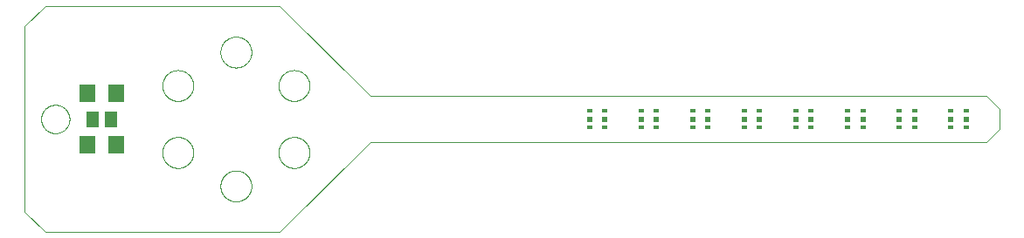
<source format=gtp>
G75*
%MOIN*%
%OFA0B0*%
%FSLAX25Y25*%
%IPPOS*%
%LPD*%
%AMOC8*
5,1,8,0,0,1.08239X$1,22.5*
%
%ADD10C,0.00000*%
%ADD11R,0.02362X0.01378*%
%ADD12R,0.02362X0.01969*%
%ADD13R,0.06299X0.07087*%
%ADD14R,0.05118X0.05906*%
D10*
X0031028Y0034965D02*
X0038902Y0027091D01*
X0128469Y0027091D01*
X0162917Y0061539D01*
X0398154Y0061539D01*
X0403075Y0066461D01*
X0403075Y0074335D01*
X0398154Y0079256D01*
X0162917Y0079256D01*
X0128469Y0113705D01*
X0038902Y0113705D01*
X0031028Y0105831D01*
X0031028Y0034965D01*
X0105830Y0044807D02*
X0105832Y0044960D01*
X0105838Y0045114D01*
X0105848Y0045267D01*
X0105862Y0045419D01*
X0105880Y0045572D01*
X0105902Y0045723D01*
X0105927Y0045874D01*
X0105957Y0046025D01*
X0105991Y0046175D01*
X0106028Y0046323D01*
X0106069Y0046471D01*
X0106114Y0046617D01*
X0106163Y0046763D01*
X0106216Y0046907D01*
X0106272Y0047049D01*
X0106332Y0047190D01*
X0106396Y0047330D01*
X0106463Y0047468D01*
X0106534Y0047604D01*
X0106609Y0047738D01*
X0106686Y0047870D01*
X0106768Y0048000D01*
X0106852Y0048128D01*
X0106940Y0048254D01*
X0107031Y0048377D01*
X0107125Y0048498D01*
X0107223Y0048616D01*
X0107323Y0048732D01*
X0107427Y0048845D01*
X0107533Y0048956D01*
X0107642Y0049064D01*
X0107754Y0049169D01*
X0107868Y0049270D01*
X0107986Y0049369D01*
X0108105Y0049465D01*
X0108227Y0049558D01*
X0108352Y0049647D01*
X0108479Y0049734D01*
X0108608Y0049816D01*
X0108739Y0049896D01*
X0108872Y0049972D01*
X0109007Y0050045D01*
X0109144Y0050114D01*
X0109283Y0050179D01*
X0109423Y0050241D01*
X0109565Y0050299D01*
X0109708Y0050354D01*
X0109853Y0050405D01*
X0109999Y0050452D01*
X0110146Y0050495D01*
X0110294Y0050534D01*
X0110443Y0050570D01*
X0110593Y0050601D01*
X0110744Y0050629D01*
X0110895Y0050653D01*
X0111048Y0050673D01*
X0111200Y0050689D01*
X0111353Y0050701D01*
X0111506Y0050709D01*
X0111659Y0050713D01*
X0111813Y0050713D01*
X0111966Y0050709D01*
X0112119Y0050701D01*
X0112272Y0050689D01*
X0112424Y0050673D01*
X0112577Y0050653D01*
X0112728Y0050629D01*
X0112879Y0050601D01*
X0113029Y0050570D01*
X0113178Y0050534D01*
X0113326Y0050495D01*
X0113473Y0050452D01*
X0113619Y0050405D01*
X0113764Y0050354D01*
X0113907Y0050299D01*
X0114049Y0050241D01*
X0114189Y0050179D01*
X0114328Y0050114D01*
X0114465Y0050045D01*
X0114600Y0049972D01*
X0114733Y0049896D01*
X0114864Y0049816D01*
X0114993Y0049734D01*
X0115120Y0049647D01*
X0115245Y0049558D01*
X0115367Y0049465D01*
X0115486Y0049369D01*
X0115604Y0049270D01*
X0115718Y0049169D01*
X0115830Y0049064D01*
X0115939Y0048956D01*
X0116045Y0048845D01*
X0116149Y0048732D01*
X0116249Y0048616D01*
X0116347Y0048498D01*
X0116441Y0048377D01*
X0116532Y0048254D01*
X0116620Y0048128D01*
X0116704Y0048000D01*
X0116786Y0047870D01*
X0116863Y0047738D01*
X0116938Y0047604D01*
X0117009Y0047468D01*
X0117076Y0047330D01*
X0117140Y0047190D01*
X0117200Y0047049D01*
X0117256Y0046907D01*
X0117309Y0046763D01*
X0117358Y0046617D01*
X0117403Y0046471D01*
X0117444Y0046323D01*
X0117481Y0046175D01*
X0117515Y0046025D01*
X0117545Y0045874D01*
X0117570Y0045723D01*
X0117592Y0045572D01*
X0117610Y0045419D01*
X0117624Y0045267D01*
X0117634Y0045114D01*
X0117640Y0044960D01*
X0117642Y0044807D01*
X0117640Y0044654D01*
X0117634Y0044500D01*
X0117624Y0044347D01*
X0117610Y0044195D01*
X0117592Y0044042D01*
X0117570Y0043891D01*
X0117545Y0043740D01*
X0117515Y0043589D01*
X0117481Y0043439D01*
X0117444Y0043291D01*
X0117403Y0043143D01*
X0117358Y0042997D01*
X0117309Y0042851D01*
X0117256Y0042707D01*
X0117200Y0042565D01*
X0117140Y0042424D01*
X0117076Y0042284D01*
X0117009Y0042146D01*
X0116938Y0042010D01*
X0116863Y0041876D01*
X0116786Y0041744D01*
X0116704Y0041614D01*
X0116620Y0041486D01*
X0116532Y0041360D01*
X0116441Y0041237D01*
X0116347Y0041116D01*
X0116249Y0040998D01*
X0116149Y0040882D01*
X0116045Y0040769D01*
X0115939Y0040658D01*
X0115830Y0040550D01*
X0115718Y0040445D01*
X0115604Y0040344D01*
X0115486Y0040245D01*
X0115367Y0040149D01*
X0115245Y0040056D01*
X0115120Y0039967D01*
X0114993Y0039880D01*
X0114864Y0039798D01*
X0114733Y0039718D01*
X0114600Y0039642D01*
X0114465Y0039569D01*
X0114328Y0039500D01*
X0114189Y0039435D01*
X0114049Y0039373D01*
X0113907Y0039315D01*
X0113764Y0039260D01*
X0113619Y0039209D01*
X0113473Y0039162D01*
X0113326Y0039119D01*
X0113178Y0039080D01*
X0113029Y0039044D01*
X0112879Y0039013D01*
X0112728Y0038985D01*
X0112577Y0038961D01*
X0112424Y0038941D01*
X0112272Y0038925D01*
X0112119Y0038913D01*
X0111966Y0038905D01*
X0111813Y0038901D01*
X0111659Y0038901D01*
X0111506Y0038905D01*
X0111353Y0038913D01*
X0111200Y0038925D01*
X0111048Y0038941D01*
X0110895Y0038961D01*
X0110744Y0038985D01*
X0110593Y0039013D01*
X0110443Y0039044D01*
X0110294Y0039080D01*
X0110146Y0039119D01*
X0109999Y0039162D01*
X0109853Y0039209D01*
X0109708Y0039260D01*
X0109565Y0039315D01*
X0109423Y0039373D01*
X0109283Y0039435D01*
X0109144Y0039500D01*
X0109007Y0039569D01*
X0108872Y0039642D01*
X0108739Y0039718D01*
X0108608Y0039798D01*
X0108479Y0039880D01*
X0108352Y0039967D01*
X0108227Y0040056D01*
X0108105Y0040149D01*
X0107986Y0040245D01*
X0107868Y0040344D01*
X0107754Y0040445D01*
X0107642Y0040550D01*
X0107533Y0040658D01*
X0107427Y0040769D01*
X0107323Y0040882D01*
X0107223Y0040998D01*
X0107125Y0041116D01*
X0107031Y0041237D01*
X0106940Y0041360D01*
X0106852Y0041486D01*
X0106768Y0041614D01*
X0106686Y0041744D01*
X0106609Y0041876D01*
X0106534Y0042010D01*
X0106463Y0042146D01*
X0106396Y0042284D01*
X0106332Y0042424D01*
X0106272Y0042565D01*
X0106216Y0042707D01*
X0106163Y0042851D01*
X0106114Y0042997D01*
X0106069Y0043143D01*
X0106028Y0043291D01*
X0105991Y0043439D01*
X0105957Y0043589D01*
X0105927Y0043740D01*
X0105902Y0043891D01*
X0105880Y0044042D01*
X0105862Y0044195D01*
X0105848Y0044347D01*
X0105838Y0044500D01*
X0105832Y0044654D01*
X0105830Y0044807D01*
X0083665Y0057602D02*
X0083667Y0057755D01*
X0083673Y0057909D01*
X0083683Y0058062D01*
X0083697Y0058214D01*
X0083715Y0058367D01*
X0083737Y0058518D01*
X0083762Y0058669D01*
X0083792Y0058820D01*
X0083826Y0058970D01*
X0083863Y0059118D01*
X0083904Y0059266D01*
X0083949Y0059412D01*
X0083998Y0059558D01*
X0084051Y0059702D01*
X0084107Y0059844D01*
X0084167Y0059985D01*
X0084231Y0060125D01*
X0084298Y0060263D01*
X0084369Y0060399D01*
X0084444Y0060533D01*
X0084521Y0060665D01*
X0084603Y0060795D01*
X0084687Y0060923D01*
X0084775Y0061049D01*
X0084866Y0061172D01*
X0084960Y0061293D01*
X0085058Y0061411D01*
X0085158Y0061527D01*
X0085262Y0061640D01*
X0085368Y0061751D01*
X0085477Y0061859D01*
X0085589Y0061964D01*
X0085703Y0062065D01*
X0085821Y0062164D01*
X0085940Y0062260D01*
X0086062Y0062353D01*
X0086187Y0062442D01*
X0086314Y0062529D01*
X0086443Y0062611D01*
X0086574Y0062691D01*
X0086707Y0062767D01*
X0086842Y0062840D01*
X0086979Y0062909D01*
X0087118Y0062974D01*
X0087258Y0063036D01*
X0087400Y0063094D01*
X0087543Y0063149D01*
X0087688Y0063200D01*
X0087834Y0063247D01*
X0087981Y0063290D01*
X0088129Y0063329D01*
X0088278Y0063365D01*
X0088428Y0063396D01*
X0088579Y0063424D01*
X0088730Y0063448D01*
X0088883Y0063468D01*
X0089035Y0063484D01*
X0089188Y0063496D01*
X0089341Y0063504D01*
X0089494Y0063508D01*
X0089648Y0063508D01*
X0089801Y0063504D01*
X0089954Y0063496D01*
X0090107Y0063484D01*
X0090259Y0063468D01*
X0090412Y0063448D01*
X0090563Y0063424D01*
X0090714Y0063396D01*
X0090864Y0063365D01*
X0091013Y0063329D01*
X0091161Y0063290D01*
X0091308Y0063247D01*
X0091454Y0063200D01*
X0091599Y0063149D01*
X0091742Y0063094D01*
X0091884Y0063036D01*
X0092024Y0062974D01*
X0092163Y0062909D01*
X0092300Y0062840D01*
X0092435Y0062767D01*
X0092568Y0062691D01*
X0092699Y0062611D01*
X0092828Y0062529D01*
X0092955Y0062442D01*
X0093080Y0062353D01*
X0093202Y0062260D01*
X0093321Y0062164D01*
X0093439Y0062065D01*
X0093553Y0061964D01*
X0093665Y0061859D01*
X0093774Y0061751D01*
X0093880Y0061640D01*
X0093984Y0061527D01*
X0094084Y0061411D01*
X0094182Y0061293D01*
X0094276Y0061172D01*
X0094367Y0061049D01*
X0094455Y0060923D01*
X0094539Y0060795D01*
X0094621Y0060665D01*
X0094698Y0060533D01*
X0094773Y0060399D01*
X0094844Y0060263D01*
X0094911Y0060125D01*
X0094975Y0059985D01*
X0095035Y0059844D01*
X0095091Y0059702D01*
X0095144Y0059558D01*
X0095193Y0059412D01*
X0095238Y0059266D01*
X0095279Y0059118D01*
X0095316Y0058970D01*
X0095350Y0058820D01*
X0095380Y0058669D01*
X0095405Y0058518D01*
X0095427Y0058367D01*
X0095445Y0058214D01*
X0095459Y0058062D01*
X0095469Y0057909D01*
X0095475Y0057755D01*
X0095477Y0057602D01*
X0095475Y0057449D01*
X0095469Y0057295D01*
X0095459Y0057142D01*
X0095445Y0056990D01*
X0095427Y0056837D01*
X0095405Y0056686D01*
X0095380Y0056535D01*
X0095350Y0056384D01*
X0095316Y0056234D01*
X0095279Y0056086D01*
X0095238Y0055938D01*
X0095193Y0055792D01*
X0095144Y0055646D01*
X0095091Y0055502D01*
X0095035Y0055360D01*
X0094975Y0055219D01*
X0094911Y0055079D01*
X0094844Y0054941D01*
X0094773Y0054805D01*
X0094698Y0054671D01*
X0094621Y0054539D01*
X0094539Y0054409D01*
X0094455Y0054281D01*
X0094367Y0054155D01*
X0094276Y0054032D01*
X0094182Y0053911D01*
X0094084Y0053793D01*
X0093984Y0053677D01*
X0093880Y0053564D01*
X0093774Y0053453D01*
X0093665Y0053345D01*
X0093553Y0053240D01*
X0093439Y0053139D01*
X0093321Y0053040D01*
X0093202Y0052944D01*
X0093080Y0052851D01*
X0092955Y0052762D01*
X0092828Y0052675D01*
X0092699Y0052593D01*
X0092568Y0052513D01*
X0092435Y0052437D01*
X0092300Y0052364D01*
X0092163Y0052295D01*
X0092024Y0052230D01*
X0091884Y0052168D01*
X0091742Y0052110D01*
X0091599Y0052055D01*
X0091454Y0052004D01*
X0091308Y0051957D01*
X0091161Y0051914D01*
X0091013Y0051875D01*
X0090864Y0051839D01*
X0090714Y0051808D01*
X0090563Y0051780D01*
X0090412Y0051756D01*
X0090259Y0051736D01*
X0090107Y0051720D01*
X0089954Y0051708D01*
X0089801Y0051700D01*
X0089648Y0051696D01*
X0089494Y0051696D01*
X0089341Y0051700D01*
X0089188Y0051708D01*
X0089035Y0051720D01*
X0088883Y0051736D01*
X0088730Y0051756D01*
X0088579Y0051780D01*
X0088428Y0051808D01*
X0088278Y0051839D01*
X0088129Y0051875D01*
X0087981Y0051914D01*
X0087834Y0051957D01*
X0087688Y0052004D01*
X0087543Y0052055D01*
X0087400Y0052110D01*
X0087258Y0052168D01*
X0087118Y0052230D01*
X0086979Y0052295D01*
X0086842Y0052364D01*
X0086707Y0052437D01*
X0086574Y0052513D01*
X0086443Y0052593D01*
X0086314Y0052675D01*
X0086187Y0052762D01*
X0086062Y0052851D01*
X0085940Y0052944D01*
X0085821Y0053040D01*
X0085703Y0053139D01*
X0085589Y0053240D01*
X0085477Y0053345D01*
X0085368Y0053453D01*
X0085262Y0053564D01*
X0085158Y0053677D01*
X0085058Y0053793D01*
X0084960Y0053911D01*
X0084866Y0054032D01*
X0084775Y0054155D01*
X0084687Y0054281D01*
X0084603Y0054409D01*
X0084521Y0054539D01*
X0084444Y0054671D01*
X0084369Y0054805D01*
X0084298Y0054941D01*
X0084231Y0055079D01*
X0084167Y0055219D01*
X0084107Y0055360D01*
X0084051Y0055502D01*
X0083998Y0055646D01*
X0083949Y0055792D01*
X0083904Y0055938D01*
X0083863Y0056086D01*
X0083826Y0056234D01*
X0083792Y0056384D01*
X0083762Y0056535D01*
X0083737Y0056686D01*
X0083715Y0056837D01*
X0083697Y0056990D01*
X0083683Y0057142D01*
X0083673Y0057295D01*
X0083667Y0057449D01*
X0083665Y0057602D01*
X0037426Y0070398D02*
X0037428Y0070545D01*
X0037434Y0070691D01*
X0037444Y0070837D01*
X0037458Y0070983D01*
X0037476Y0071129D01*
X0037497Y0071274D01*
X0037523Y0071418D01*
X0037553Y0071562D01*
X0037586Y0071704D01*
X0037623Y0071846D01*
X0037664Y0071987D01*
X0037709Y0072126D01*
X0037758Y0072265D01*
X0037810Y0072402D01*
X0037867Y0072537D01*
X0037926Y0072671D01*
X0037990Y0072803D01*
X0038057Y0072933D01*
X0038127Y0073062D01*
X0038201Y0073189D01*
X0038278Y0073313D01*
X0038359Y0073436D01*
X0038443Y0073556D01*
X0038530Y0073674D01*
X0038620Y0073789D01*
X0038713Y0073902D01*
X0038810Y0074013D01*
X0038909Y0074121D01*
X0039011Y0074226D01*
X0039116Y0074328D01*
X0039224Y0074427D01*
X0039335Y0074524D01*
X0039448Y0074617D01*
X0039563Y0074707D01*
X0039681Y0074794D01*
X0039801Y0074878D01*
X0039924Y0074959D01*
X0040048Y0075036D01*
X0040175Y0075110D01*
X0040304Y0075180D01*
X0040434Y0075247D01*
X0040566Y0075311D01*
X0040700Y0075370D01*
X0040835Y0075427D01*
X0040972Y0075479D01*
X0041111Y0075528D01*
X0041250Y0075573D01*
X0041391Y0075614D01*
X0041533Y0075651D01*
X0041675Y0075684D01*
X0041819Y0075714D01*
X0041963Y0075740D01*
X0042108Y0075761D01*
X0042254Y0075779D01*
X0042400Y0075793D01*
X0042546Y0075803D01*
X0042692Y0075809D01*
X0042839Y0075811D01*
X0042986Y0075809D01*
X0043132Y0075803D01*
X0043278Y0075793D01*
X0043424Y0075779D01*
X0043570Y0075761D01*
X0043715Y0075740D01*
X0043859Y0075714D01*
X0044003Y0075684D01*
X0044145Y0075651D01*
X0044287Y0075614D01*
X0044428Y0075573D01*
X0044567Y0075528D01*
X0044706Y0075479D01*
X0044843Y0075427D01*
X0044978Y0075370D01*
X0045112Y0075311D01*
X0045244Y0075247D01*
X0045374Y0075180D01*
X0045503Y0075110D01*
X0045630Y0075036D01*
X0045754Y0074959D01*
X0045877Y0074878D01*
X0045997Y0074794D01*
X0046115Y0074707D01*
X0046230Y0074617D01*
X0046343Y0074524D01*
X0046454Y0074427D01*
X0046562Y0074328D01*
X0046667Y0074226D01*
X0046769Y0074121D01*
X0046868Y0074013D01*
X0046965Y0073902D01*
X0047058Y0073789D01*
X0047148Y0073674D01*
X0047235Y0073556D01*
X0047319Y0073436D01*
X0047400Y0073313D01*
X0047477Y0073189D01*
X0047551Y0073062D01*
X0047621Y0072933D01*
X0047688Y0072803D01*
X0047752Y0072671D01*
X0047811Y0072537D01*
X0047868Y0072402D01*
X0047920Y0072265D01*
X0047969Y0072126D01*
X0048014Y0071987D01*
X0048055Y0071846D01*
X0048092Y0071704D01*
X0048125Y0071562D01*
X0048155Y0071418D01*
X0048181Y0071274D01*
X0048202Y0071129D01*
X0048220Y0070983D01*
X0048234Y0070837D01*
X0048244Y0070691D01*
X0048250Y0070545D01*
X0048252Y0070398D01*
X0048250Y0070251D01*
X0048244Y0070105D01*
X0048234Y0069959D01*
X0048220Y0069813D01*
X0048202Y0069667D01*
X0048181Y0069522D01*
X0048155Y0069378D01*
X0048125Y0069234D01*
X0048092Y0069092D01*
X0048055Y0068950D01*
X0048014Y0068809D01*
X0047969Y0068670D01*
X0047920Y0068531D01*
X0047868Y0068394D01*
X0047811Y0068259D01*
X0047752Y0068125D01*
X0047688Y0067993D01*
X0047621Y0067863D01*
X0047551Y0067734D01*
X0047477Y0067607D01*
X0047400Y0067483D01*
X0047319Y0067360D01*
X0047235Y0067240D01*
X0047148Y0067122D01*
X0047058Y0067007D01*
X0046965Y0066894D01*
X0046868Y0066783D01*
X0046769Y0066675D01*
X0046667Y0066570D01*
X0046562Y0066468D01*
X0046454Y0066369D01*
X0046343Y0066272D01*
X0046230Y0066179D01*
X0046115Y0066089D01*
X0045997Y0066002D01*
X0045877Y0065918D01*
X0045754Y0065837D01*
X0045630Y0065760D01*
X0045503Y0065686D01*
X0045374Y0065616D01*
X0045244Y0065549D01*
X0045112Y0065485D01*
X0044978Y0065426D01*
X0044843Y0065369D01*
X0044706Y0065317D01*
X0044567Y0065268D01*
X0044428Y0065223D01*
X0044287Y0065182D01*
X0044145Y0065145D01*
X0044003Y0065112D01*
X0043859Y0065082D01*
X0043715Y0065056D01*
X0043570Y0065035D01*
X0043424Y0065017D01*
X0043278Y0065003D01*
X0043132Y0064993D01*
X0042986Y0064987D01*
X0042839Y0064985D01*
X0042692Y0064987D01*
X0042546Y0064993D01*
X0042400Y0065003D01*
X0042254Y0065017D01*
X0042108Y0065035D01*
X0041963Y0065056D01*
X0041819Y0065082D01*
X0041675Y0065112D01*
X0041533Y0065145D01*
X0041391Y0065182D01*
X0041250Y0065223D01*
X0041111Y0065268D01*
X0040972Y0065317D01*
X0040835Y0065369D01*
X0040700Y0065426D01*
X0040566Y0065485D01*
X0040434Y0065549D01*
X0040304Y0065616D01*
X0040175Y0065686D01*
X0040048Y0065760D01*
X0039924Y0065837D01*
X0039801Y0065918D01*
X0039681Y0066002D01*
X0039563Y0066089D01*
X0039448Y0066179D01*
X0039335Y0066272D01*
X0039224Y0066369D01*
X0039116Y0066468D01*
X0039011Y0066570D01*
X0038909Y0066675D01*
X0038810Y0066783D01*
X0038713Y0066894D01*
X0038620Y0067007D01*
X0038530Y0067122D01*
X0038443Y0067240D01*
X0038359Y0067360D01*
X0038278Y0067483D01*
X0038201Y0067607D01*
X0038127Y0067734D01*
X0038057Y0067863D01*
X0037990Y0067993D01*
X0037926Y0068125D01*
X0037867Y0068259D01*
X0037810Y0068394D01*
X0037758Y0068531D01*
X0037709Y0068670D01*
X0037664Y0068809D01*
X0037623Y0068950D01*
X0037586Y0069092D01*
X0037553Y0069234D01*
X0037523Y0069378D01*
X0037497Y0069522D01*
X0037476Y0069667D01*
X0037458Y0069813D01*
X0037444Y0069959D01*
X0037434Y0070105D01*
X0037428Y0070251D01*
X0037426Y0070398D01*
X0083665Y0083193D02*
X0083667Y0083346D01*
X0083673Y0083500D01*
X0083683Y0083653D01*
X0083697Y0083805D01*
X0083715Y0083958D01*
X0083737Y0084109D01*
X0083762Y0084260D01*
X0083792Y0084411D01*
X0083826Y0084561D01*
X0083863Y0084709D01*
X0083904Y0084857D01*
X0083949Y0085003D01*
X0083998Y0085149D01*
X0084051Y0085293D01*
X0084107Y0085435D01*
X0084167Y0085576D01*
X0084231Y0085716D01*
X0084298Y0085854D01*
X0084369Y0085990D01*
X0084444Y0086124D01*
X0084521Y0086256D01*
X0084603Y0086386D01*
X0084687Y0086514D01*
X0084775Y0086640D01*
X0084866Y0086763D01*
X0084960Y0086884D01*
X0085058Y0087002D01*
X0085158Y0087118D01*
X0085262Y0087231D01*
X0085368Y0087342D01*
X0085477Y0087450D01*
X0085589Y0087555D01*
X0085703Y0087656D01*
X0085821Y0087755D01*
X0085940Y0087851D01*
X0086062Y0087944D01*
X0086187Y0088033D01*
X0086314Y0088120D01*
X0086443Y0088202D01*
X0086574Y0088282D01*
X0086707Y0088358D01*
X0086842Y0088431D01*
X0086979Y0088500D01*
X0087118Y0088565D01*
X0087258Y0088627D01*
X0087400Y0088685D01*
X0087543Y0088740D01*
X0087688Y0088791D01*
X0087834Y0088838D01*
X0087981Y0088881D01*
X0088129Y0088920D01*
X0088278Y0088956D01*
X0088428Y0088987D01*
X0088579Y0089015D01*
X0088730Y0089039D01*
X0088883Y0089059D01*
X0089035Y0089075D01*
X0089188Y0089087D01*
X0089341Y0089095D01*
X0089494Y0089099D01*
X0089648Y0089099D01*
X0089801Y0089095D01*
X0089954Y0089087D01*
X0090107Y0089075D01*
X0090259Y0089059D01*
X0090412Y0089039D01*
X0090563Y0089015D01*
X0090714Y0088987D01*
X0090864Y0088956D01*
X0091013Y0088920D01*
X0091161Y0088881D01*
X0091308Y0088838D01*
X0091454Y0088791D01*
X0091599Y0088740D01*
X0091742Y0088685D01*
X0091884Y0088627D01*
X0092024Y0088565D01*
X0092163Y0088500D01*
X0092300Y0088431D01*
X0092435Y0088358D01*
X0092568Y0088282D01*
X0092699Y0088202D01*
X0092828Y0088120D01*
X0092955Y0088033D01*
X0093080Y0087944D01*
X0093202Y0087851D01*
X0093321Y0087755D01*
X0093439Y0087656D01*
X0093553Y0087555D01*
X0093665Y0087450D01*
X0093774Y0087342D01*
X0093880Y0087231D01*
X0093984Y0087118D01*
X0094084Y0087002D01*
X0094182Y0086884D01*
X0094276Y0086763D01*
X0094367Y0086640D01*
X0094455Y0086514D01*
X0094539Y0086386D01*
X0094621Y0086256D01*
X0094698Y0086124D01*
X0094773Y0085990D01*
X0094844Y0085854D01*
X0094911Y0085716D01*
X0094975Y0085576D01*
X0095035Y0085435D01*
X0095091Y0085293D01*
X0095144Y0085149D01*
X0095193Y0085003D01*
X0095238Y0084857D01*
X0095279Y0084709D01*
X0095316Y0084561D01*
X0095350Y0084411D01*
X0095380Y0084260D01*
X0095405Y0084109D01*
X0095427Y0083958D01*
X0095445Y0083805D01*
X0095459Y0083653D01*
X0095469Y0083500D01*
X0095475Y0083346D01*
X0095477Y0083193D01*
X0095475Y0083040D01*
X0095469Y0082886D01*
X0095459Y0082733D01*
X0095445Y0082581D01*
X0095427Y0082428D01*
X0095405Y0082277D01*
X0095380Y0082126D01*
X0095350Y0081975D01*
X0095316Y0081825D01*
X0095279Y0081677D01*
X0095238Y0081529D01*
X0095193Y0081383D01*
X0095144Y0081237D01*
X0095091Y0081093D01*
X0095035Y0080951D01*
X0094975Y0080810D01*
X0094911Y0080670D01*
X0094844Y0080532D01*
X0094773Y0080396D01*
X0094698Y0080262D01*
X0094621Y0080130D01*
X0094539Y0080000D01*
X0094455Y0079872D01*
X0094367Y0079746D01*
X0094276Y0079623D01*
X0094182Y0079502D01*
X0094084Y0079384D01*
X0093984Y0079268D01*
X0093880Y0079155D01*
X0093774Y0079044D01*
X0093665Y0078936D01*
X0093553Y0078831D01*
X0093439Y0078730D01*
X0093321Y0078631D01*
X0093202Y0078535D01*
X0093080Y0078442D01*
X0092955Y0078353D01*
X0092828Y0078266D01*
X0092699Y0078184D01*
X0092568Y0078104D01*
X0092435Y0078028D01*
X0092300Y0077955D01*
X0092163Y0077886D01*
X0092024Y0077821D01*
X0091884Y0077759D01*
X0091742Y0077701D01*
X0091599Y0077646D01*
X0091454Y0077595D01*
X0091308Y0077548D01*
X0091161Y0077505D01*
X0091013Y0077466D01*
X0090864Y0077430D01*
X0090714Y0077399D01*
X0090563Y0077371D01*
X0090412Y0077347D01*
X0090259Y0077327D01*
X0090107Y0077311D01*
X0089954Y0077299D01*
X0089801Y0077291D01*
X0089648Y0077287D01*
X0089494Y0077287D01*
X0089341Y0077291D01*
X0089188Y0077299D01*
X0089035Y0077311D01*
X0088883Y0077327D01*
X0088730Y0077347D01*
X0088579Y0077371D01*
X0088428Y0077399D01*
X0088278Y0077430D01*
X0088129Y0077466D01*
X0087981Y0077505D01*
X0087834Y0077548D01*
X0087688Y0077595D01*
X0087543Y0077646D01*
X0087400Y0077701D01*
X0087258Y0077759D01*
X0087118Y0077821D01*
X0086979Y0077886D01*
X0086842Y0077955D01*
X0086707Y0078028D01*
X0086574Y0078104D01*
X0086443Y0078184D01*
X0086314Y0078266D01*
X0086187Y0078353D01*
X0086062Y0078442D01*
X0085940Y0078535D01*
X0085821Y0078631D01*
X0085703Y0078730D01*
X0085589Y0078831D01*
X0085477Y0078936D01*
X0085368Y0079044D01*
X0085262Y0079155D01*
X0085158Y0079268D01*
X0085058Y0079384D01*
X0084960Y0079502D01*
X0084866Y0079623D01*
X0084775Y0079746D01*
X0084687Y0079872D01*
X0084603Y0080000D01*
X0084521Y0080130D01*
X0084444Y0080262D01*
X0084369Y0080396D01*
X0084298Y0080532D01*
X0084231Y0080670D01*
X0084167Y0080810D01*
X0084107Y0080951D01*
X0084051Y0081093D01*
X0083998Y0081237D01*
X0083949Y0081383D01*
X0083904Y0081529D01*
X0083863Y0081677D01*
X0083826Y0081825D01*
X0083792Y0081975D01*
X0083762Y0082126D01*
X0083737Y0082277D01*
X0083715Y0082428D01*
X0083697Y0082581D01*
X0083683Y0082733D01*
X0083673Y0082886D01*
X0083667Y0083040D01*
X0083665Y0083193D01*
X0105830Y0095988D02*
X0105832Y0096141D01*
X0105838Y0096295D01*
X0105848Y0096448D01*
X0105862Y0096600D01*
X0105880Y0096753D01*
X0105902Y0096904D01*
X0105927Y0097055D01*
X0105957Y0097206D01*
X0105991Y0097356D01*
X0106028Y0097504D01*
X0106069Y0097652D01*
X0106114Y0097798D01*
X0106163Y0097944D01*
X0106216Y0098088D01*
X0106272Y0098230D01*
X0106332Y0098371D01*
X0106396Y0098511D01*
X0106463Y0098649D01*
X0106534Y0098785D01*
X0106609Y0098919D01*
X0106686Y0099051D01*
X0106768Y0099181D01*
X0106852Y0099309D01*
X0106940Y0099435D01*
X0107031Y0099558D01*
X0107125Y0099679D01*
X0107223Y0099797D01*
X0107323Y0099913D01*
X0107427Y0100026D01*
X0107533Y0100137D01*
X0107642Y0100245D01*
X0107754Y0100350D01*
X0107868Y0100451D01*
X0107986Y0100550D01*
X0108105Y0100646D01*
X0108227Y0100739D01*
X0108352Y0100828D01*
X0108479Y0100915D01*
X0108608Y0100997D01*
X0108739Y0101077D01*
X0108872Y0101153D01*
X0109007Y0101226D01*
X0109144Y0101295D01*
X0109283Y0101360D01*
X0109423Y0101422D01*
X0109565Y0101480D01*
X0109708Y0101535D01*
X0109853Y0101586D01*
X0109999Y0101633D01*
X0110146Y0101676D01*
X0110294Y0101715D01*
X0110443Y0101751D01*
X0110593Y0101782D01*
X0110744Y0101810D01*
X0110895Y0101834D01*
X0111048Y0101854D01*
X0111200Y0101870D01*
X0111353Y0101882D01*
X0111506Y0101890D01*
X0111659Y0101894D01*
X0111813Y0101894D01*
X0111966Y0101890D01*
X0112119Y0101882D01*
X0112272Y0101870D01*
X0112424Y0101854D01*
X0112577Y0101834D01*
X0112728Y0101810D01*
X0112879Y0101782D01*
X0113029Y0101751D01*
X0113178Y0101715D01*
X0113326Y0101676D01*
X0113473Y0101633D01*
X0113619Y0101586D01*
X0113764Y0101535D01*
X0113907Y0101480D01*
X0114049Y0101422D01*
X0114189Y0101360D01*
X0114328Y0101295D01*
X0114465Y0101226D01*
X0114600Y0101153D01*
X0114733Y0101077D01*
X0114864Y0100997D01*
X0114993Y0100915D01*
X0115120Y0100828D01*
X0115245Y0100739D01*
X0115367Y0100646D01*
X0115486Y0100550D01*
X0115604Y0100451D01*
X0115718Y0100350D01*
X0115830Y0100245D01*
X0115939Y0100137D01*
X0116045Y0100026D01*
X0116149Y0099913D01*
X0116249Y0099797D01*
X0116347Y0099679D01*
X0116441Y0099558D01*
X0116532Y0099435D01*
X0116620Y0099309D01*
X0116704Y0099181D01*
X0116786Y0099051D01*
X0116863Y0098919D01*
X0116938Y0098785D01*
X0117009Y0098649D01*
X0117076Y0098511D01*
X0117140Y0098371D01*
X0117200Y0098230D01*
X0117256Y0098088D01*
X0117309Y0097944D01*
X0117358Y0097798D01*
X0117403Y0097652D01*
X0117444Y0097504D01*
X0117481Y0097356D01*
X0117515Y0097206D01*
X0117545Y0097055D01*
X0117570Y0096904D01*
X0117592Y0096753D01*
X0117610Y0096600D01*
X0117624Y0096448D01*
X0117634Y0096295D01*
X0117640Y0096141D01*
X0117642Y0095988D01*
X0117640Y0095835D01*
X0117634Y0095681D01*
X0117624Y0095528D01*
X0117610Y0095376D01*
X0117592Y0095223D01*
X0117570Y0095072D01*
X0117545Y0094921D01*
X0117515Y0094770D01*
X0117481Y0094620D01*
X0117444Y0094472D01*
X0117403Y0094324D01*
X0117358Y0094178D01*
X0117309Y0094032D01*
X0117256Y0093888D01*
X0117200Y0093746D01*
X0117140Y0093605D01*
X0117076Y0093465D01*
X0117009Y0093327D01*
X0116938Y0093191D01*
X0116863Y0093057D01*
X0116786Y0092925D01*
X0116704Y0092795D01*
X0116620Y0092667D01*
X0116532Y0092541D01*
X0116441Y0092418D01*
X0116347Y0092297D01*
X0116249Y0092179D01*
X0116149Y0092063D01*
X0116045Y0091950D01*
X0115939Y0091839D01*
X0115830Y0091731D01*
X0115718Y0091626D01*
X0115604Y0091525D01*
X0115486Y0091426D01*
X0115367Y0091330D01*
X0115245Y0091237D01*
X0115120Y0091148D01*
X0114993Y0091061D01*
X0114864Y0090979D01*
X0114733Y0090899D01*
X0114600Y0090823D01*
X0114465Y0090750D01*
X0114328Y0090681D01*
X0114189Y0090616D01*
X0114049Y0090554D01*
X0113907Y0090496D01*
X0113764Y0090441D01*
X0113619Y0090390D01*
X0113473Y0090343D01*
X0113326Y0090300D01*
X0113178Y0090261D01*
X0113029Y0090225D01*
X0112879Y0090194D01*
X0112728Y0090166D01*
X0112577Y0090142D01*
X0112424Y0090122D01*
X0112272Y0090106D01*
X0112119Y0090094D01*
X0111966Y0090086D01*
X0111813Y0090082D01*
X0111659Y0090082D01*
X0111506Y0090086D01*
X0111353Y0090094D01*
X0111200Y0090106D01*
X0111048Y0090122D01*
X0110895Y0090142D01*
X0110744Y0090166D01*
X0110593Y0090194D01*
X0110443Y0090225D01*
X0110294Y0090261D01*
X0110146Y0090300D01*
X0109999Y0090343D01*
X0109853Y0090390D01*
X0109708Y0090441D01*
X0109565Y0090496D01*
X0109423Y0090554D01*
X0109283Y0090616D01*
X0109144Y0090681D01*
X0109007Y0090750D01*
X0108872Y0090823D01*
X0108739Y0090899D01*
X0108608Y0090979D01*
X0108479Y0091061D01*
X0108352Y0091148D01*
X0108227Y0091237D01*
X0108105Y0091330D01*
X0107986Y0091426D01*
X0107868Y0091525D01*
X0107754Y0091626D01*
X0107642Y0091731D01*
X0107533Y0091839D01*
X0107427Y0091950D01*
X0107323Y0092063D01*
X0107223Y0092179D01*
X0107125Y0092297D01*
X0107031Y0092418D01*
X0106940Y0092541D01*
X0106852Y0092667D01*
X0106768Y0092795D01*
X0106686Y0092925D01*
X0106609Y0093057D01*
X0106534Y0093191D01*
X0106463Y0093327D01*
X0106396Y0093465D01*
X0106332Y0093605D01*
X0106272Y0093746D01*
X0106216Y0093888D01*
X0106163Y0094032D01*
X0106114Y0094178D01*
X0106069Y0094324D01*
X0106028Y0094472D01*
X0105991Y0094620D01*
X0105957Y0094770D01*
X0105927Y0094921D01*
X0105902Y0095072D01*
X0105880Y0095223D01*
X0105862Y0095376D01*
X0105848Y0095528D01*
X0105838Y0095681D01*
X0105832Y0095835D01*
X0105830Y0095988D01*
X0127996Y0083193D02*
X0127998Y0083346D01*
X0128004Y0083500D01*
X0128014Y0083653D01*
X0128028Y0083805D01*
X0128046Y0083958D01*
X0128068Y0084109D01*
X0128093Y0084260D01*
X0128123Y0084411D01*
X0128157Y0084561D01*
X0128194Y0084709D01*
X0128235Y0084857D01*
X0128280Y0085003D01*
X0128329Y0085149D01*
X0128382Y0085293D01*
X0128438Y0085435D01*
X0128498Y0085576D01*
X0128562Y0085716D01*
X0128629Y0085854D01*
X0128700Y0085990D01*
X0128775Y0086124D01*
X0128852Y0086256D01*
X0128934Y0086386D01*
X0129018Y0086514D01*
X0129106Y0086640D01*
X0129197Y0086763D01*
X0129291Y0086884D01*
X0129389Y0087002D01*
X0129489Y0087118D01*
X0129593Y0087231D01*
X0129699Y0087342D01*
X0129808Y0087450D01*
X0129920Y0087555D01*
X0130034Y0087656D01*
X0130152Y0087755D01*
X0130271Y0087851D01*
X0130393Y0087944D01*
X0130518Y0088033D01*
X0130645Y0088120D01*
X0130774Y0088202D01*
X0130905Y0088282D01*
X0131038Y0088358D01*
X0131173Y0088431D01*
X0131310Y0088500D01*
X0131449Y0088565D01*
X0131589Y0088627D01*
X0131731Y0088685D01*
X0131874Y0088740D01*
X0132019Y0088791D01*
X0132165Y0088838D01*
X0132312Y0088881D01*
X0132460Y0088920D01*
X0132609Y0088956D01*
X0132759Y0088987D01*
X0132910Y0089015D01*
X0133061Y0089039D01*
X0133214Y0089059D01*
X0133366Y0089075D01*
X0133519Y0089087D01*
X0133672Y0089095D01*
X0133825Y0089099D01*
X0133979Y0089099D01*
X0134132Y0089095D01*
X0134285Y0089087D01*
X0134438Y0089075D01*
X0134590Y0089059D01*
X0134743Y0089039D01*
X0134894Y0089015D01*
X0135045Y0088987D01*
X0135195Y0088956D01*
X0135344Y0088920D01*
X0135492Y0088881D01*
X0135639Y0088838D01*
X0135785Y0088791D01*
X0135930Y0088740D01*
X0136073Y0088685D01*
X0136215Y0088627D01*
X0136355Y0088565D01*
X0136494Y0088500D01*
X0136631Y0088431D01*
X0136766Y0088358D01*
X0136899Y0088282D01*
X0137030Y0088202D01*
X0137159Y0088120D01*
X0137286Y0088033D01*
X0137411Y0087944D01*
X0137533Y0087851D01*
X0137652Y0087755D01*
X0137770Y0087656D01*
X0137884Y0087555D01*
X0137996Y0087450D01*
X0138105Y0087342D01*
X0138211Y0087231D01*
X0138315Y0087118D01*
X0138415Y0087002D01*
X0138513Y0086884D01*
X0138607Y0086763D01*
X0138698Y0086640D01*
X0138786Y0086514D01*
X0138870Y0086386D01*
X0138952Y0086256D01*
X0139029Y0086124D01*
X0139104Y0085990D01*
X0139175Y0085854D01*
X0139242Y0085716D01*
X0139306Y0085576D01*
X0139366Y0085435D01*
X0139422Y0085293D01*
X0139475Y0085149D01*
X0139524Y0085003D01*
X0139569Y0084857D01*
X0139610Y0084709D01*
X0139647Y0084561D01*
X0139681Y0084411D01*
X0139711Y0084260D01*
X0139736Y0084109D01*
X0139758Y0083958D01*
X0139776Y0083805D01*
X0139790Y0083653D01*
X0139800Y0083500D01*
X0139806Y0083346D01*
X0139808Y0083193D01*
X0139806Y0083040D01*
X0139800Y0082886D01*
X0139790Y0082733D01*
X0139776Y0082581D01*
X0139758Y0082428D01*
X0139736Y0082277D01*
X0139711Y0082126D01*
X0139681Y0081975D01*
X0139647Y0081825D01*
X0139610Y0081677D01*
X0139569Y0081529D01*
X0139524Y0081383D01*
X0139475Y0081237D01*
X0139422Y0081093D01*
X0139366Y0080951D01*
X0139306Y0080810D01*
X0139242Y0080670D01*
X0139175Y0080532D01*
X0139104Y0080396D01*
X0139029Y0080262D01*
X0138952Y0080130D01*
X0138870Y0080000D01*
X0138786Y0079872D01*
X0138698Y0079746D01*
X0138607Y0079623D01*
X0138513Y0079502D01*
X0138415Y0079384D01*
X0138315Y0079268D01*
X0138211Y0079155D01*
X0138105Y0079044D01*
X0137996Y0078936D01*
X0137884Y0078831D01*
X0137770Y0078730D01*
X0137652Y0078631D01*
X0137533Y0078535D01*
X0137411Y0078442D01*
X0137286Y0078353D01*
X0137159Y0078266D01*
X0137030Y0078184D01*
X0136899Y0078104D01*
X0136766Y0078028D01*
X0136631Y0077955D01*
X0136494Y0077886D01*
X0136355Y0077821D01*
X0136215Y0077759D01*
X0136073Y0077701D01*
X0135930Y0077646D01*
X0135785Y0077595D01*
X0135639Y0077548D01*
X0135492Y0077505D01*
X0135344Y0077466D01*
X0135195Y0077430D01*
X0135045Y0077399D01*
X0134894Y0077371D01*
X0134743Y0077347D01*
X0134590Y0077327D01*
X0134438Y0077311D01*
X0134285Y0077299D01*
X0134132Y0077291D01*
X0133979Y0077287D01*
X0133825Y0077287D01*
X0133672Y0077291D01*
X0133519Y0077299D01*
X0133366Y0077311D01*
X0133214Y0077327D01*
X0133061Y0077347D01*
X0132910Y0077371D01*
X0132759Y0077399D01*
X0132609Y0077430D01*
X0132460Y0077466D01*
X0132312Y0077505D01*
X0132165Y0077548D01*
X0132019Y0077595D01*
X0131874Y0077646D01*
X0131731Y0077701D01*
X0131589Y0077759D01*
X0131449Y0077821D01*
X0131310Y0077886D01*
X0131173Y0077955D01*
X0131038Y0078028D01*
X0130905Y0078104D01*
X0130774Y0078184D01*
X0130645Y0078266D01*
X0130518Y0078353D01*
X0130393Y0078442D01*
X0130271Y0078535D01*
X0130152Y0078631D01*
X0130034Y0078730D01*
X0129920Y0078831D01*
X0129808Y0078936D01*
X0129699Y0079044D01*
X0129593Y0079155D01*
X0129489Y0079268D01*
X0129389Y0079384D01*
X0129291Y0079502D01*
X0129197Y0079623D01*
X0129106Y0079746D01*
X0129018Y0079872D01*
X0128934Y0080000D01*
X0128852Y0080130D01*
X0128775Y0080262D01*
X0128700Y0080396D01*
X0128629Y0080532D01*
X0128562Y0080670D01*
X0128498Y0080810D01*
X0128438Y0080951D01*
X0128382Y0081093D01*
X0128329Y0081237D01*
X0128280Y0081383D01*
X0128235Y0081529D01*
X0128194Y0081677D01*
X0128157Y0081825D01*
X0128123Y0081975D01*
X0128093Y0082126D01*
X0128068Y0082277D01*
X0128046Y0082428D01*
X0128028Y0082581D01*
X0128014Y0082733D01*
X0128004Y0082886D01*
X0127998Y0083040D01*
X0127996Y0083193D01*
X0127996Y0057602D02*
X0127998Y0057755D01*
X0128004Y0057909D01*
X0128014Y0058062D01*
X0128028Y0058214D01*
X0128046Y0058367D01*
X0128068Y0058518D01*
X0128093Y0058669D01*
X0128123Y0058820D01*
X0128157Y0058970D01*
X0128194Y0059118D01*
X0128235Y0059266D01*
X0128280Y0059412D01*
X0128329Y0059558D01*
X0128382Y0059702D01*
X0128438Y0059844D01*
X0128498Y0059985D01*
X0128562Y0060125D01*
X0128629Y0060263D01*
X0128700Y0060399D01*
X0128775Y0060533D01*
X0128852Y0060665D01*
X0128934Y0060795D01*
X0129018Y0060923D01*
X0129106Y0061049D01*
X0129197Y0061172D01*
X0129291Y0061293D01*
X0129389Y0061411D01*
X0129489Y0061527D01*
X0129593Y0061640D01*
X0129699Y0061751D01*
X0129808Y0061859D01*
X0129920Y0061964D01*
X0130034Y0062065D01*
X0130152Y0062164D01*
X0130271Y0062260D01*
X0130393Y0062353D01*
X0130518Y0062442D01*
X0130645Y0062529D01*
X0130774Y0062611D01*
X0130905Y0062691D01*
X0131038Y0062767D01*
X0131173Y0062840D01*
X0131310Y0062909D01*
X0131449Y0062974D01*
X0131589Y0063036D01*
X0131731Y0063094D01*
X0131874Y0063149D01*
X0132019Y0063200D01*
X0132165Y0063247D01*
X0132312Y0063290D01*
X0132460Y0063329D01*
X0132609Y0063365D01*
X0132759Y0063396D01*
X0132910Y0063424D01*
X0133061Y0063448D01*
X0133214Y0063468D01*
X0133366Y0063484D01*
X0133519Y0063496D01*
X0133672Y0063504D01*
X0133825Y0063508D01*
X0133979Y0063508D01*
X0134132Y0063504D01*
X0134285Y0063496D01*
X0134438Y0063484D01*
X0134590Y0063468D01*
X0134743Y0063448D01*
X0134894Y0063424D01*
X0135045Y0063396D01*
X0135195Y0063365D01*
X0135344Y0063329D01*
X0135492Y0063290D01*
X0135639Y0063247D01*
X0135785Y0063200D01*
X0135930Y0063149D01*
X0136073Y0063094D01*
X0136215Y0063036D01*
X0136355Y0062974D01*
X0136494Y0062909D01*
X0136631Y0062840D01*
X0136766Y0062767D01*
X0136899Y0062691D01*
X0137030Y0062611D01*
X0137159Y0062529D01*
X0137286Y0062442D01*
X0137411Y0062353D01*
X0137533Y0062260D01*
X0137652Y0062164D01*
X0137770Y0062065D01*
X0137884Y0061964D01*
X0137996Y0061859D01*
X0138105Y0061751D01*
X0138211Y0061640D01*
X0138315Y0061527D01*
X0138415Y0061411D01*
X0138513Y0061293D01*
X0138607Y0061172D01*
X0138698Y0061049D01*
X0138786Y0060923D01*
X0138870Y0060795D01*
X0138952Y0060665D01*
X0139029Y0060533D01*
X0139104Y0060399D01*
X0139175Y0060263D01*
X0139242Y0060125D01*
X0139306Y0059985D01*
X0139366Y0059844D01*
X0139422Y0059702D01*
X0139475Y0059558D01*
X0139524Y0059412D01*
X0139569Y0059266D01*
X0139610Y0059118D01*
X0139647Y0058970D01*
X0139681Y0058820D01*
X0139711Y0058669D01*
X0139736Y0058518D01*
X0139758Y0058367D01*
X0139776Y0058214D01*
X0139790Y0058062D01*
X0139800Y0057909D01*
X0139806Y0057755D01*
X0139808Y0057602D01*
X0139806Y0057449D01*
X0139800Y0057295D01*
X0139790Y0057142D01*
X0139776Y0056990D01*
X0139758Y0056837D01*
X0139736Y0056686D01*
X0139711Y0056535D01*
X0139681Y0056384D01*
X0139647Y0056234D01*
X0139610Y0056086D01*
X0139569Y0055938D01*
X0139524Y0055792D01*
X0139475Y0055646D01*
X0139422Y0055502D01*
X0139366Y0055360D01*
X0139306Y0055219D01*
X0139242Y0055079D01*
X0139175Y0054941D01*
X0139104Y0054805D01*
X0139029Y0054671D01*
X0138952Y0054539D01*
X0138870Y0054409D01*
X0138786Y0054281D01*
X0138698Y0054155D01*
X0138607Y0054032D01*
X0138513Y0053911D01*
X0138415Y0053793D01*
X0138315Y0053677D01*
X0138211Y0053564D01*
X0138105Y0053453D01*
X0137996Y0053345D01*
X0137884Y0053240D01*
X0137770Y0053139D01*
X0137652Y0053040D01*
X0137533Y0052944D01*
X0137411Y0052851D01*
X0137286Y0052762D01*
X0137159Y0052675D01*
X0137030Y0052593D01*
X0136899Y0052513D01*
X0136766Y0052437D01*
X0136631Y0052364D01*
X0136494Y0052295D01*
X0136355Y0052230D01*
X0136215Y0052168D01*
X0136073Y0052110D01*
X0135930Y0052055D01*
X0135785Y0052004D01*
X0135639Y0051957D01*
X0135492Y0051914D01*
X0135344Y0051875D01*
X0135195Y0051839D01*
X0135045Y0051808D01*
X0134894Y0051780D01*
X0134743Y0051756D01*
X0134590Y0051736D01*
X0134438Y0051720D01*
X0134285Y0051708D01*
X0134132Y0051700D01*
X0133979Y0051696D01*
X0133825Y0051696D01*
X0133672Y0051700D01*
X0133519Y0051708D01*
X0133366Y0051720D01*
X0133214Y0051736D01*
X0133061Y0051756D01*
X0132910Y0051780D01*
X0132759Y0051808D01*
X0132609Y0051839D01*
X0132460Y0051875D01*
X0132312Y0051914D01*
X0132165Y0051957D01*
X0132019Y0052004D01*
X0131874Y0052055D01*
X0131731Y0052110D01*
X0131589Y0052168D01*
X0131449Y0052230D01*
X0131310Y0052295D01*
X0131173Y0052364D01*
X0131038Y0052437D01*
X0130905Y0052513D01*
X0130774Y0052593D01*
X0130645Y0052675D01*
X0130518Y0052762D01*
X0130393Y0052851D01*
X0130271Y0052944D01*
X0130152Y0053040D01*
X0130034Y0053139D01*
X0129920Y0053240D01*
X0129808Y0053345D01*
X0129699Y0053453D01*
X0129593Y0053564D01*
X0129489Y0053677D01*
X0129389Y0053793D01*
X0129291Y0053911D01*
X0129197Y0054032D01*
X0129106Y0054155D01*
X0129018Y0054281D01*
X0128934Y0054409D01*
X0128852Y0054539D01*
X0128775Y0054671D01*
X0128700Y0054805D01*
X0128629Y0054941D01*
X0128562Y0055079D01*
X0128498Y0055219D01*
X0128438Y0055360D01*
X0128382Y0055502D01*
X0128329Y0055646D01*
X0128280Y0055792D01*
X0128235Y0055938D01*
X0128194Y0056086D01*
X0128157Y0056234D01*
X0128123Y0056384D01*
X0128093Y0056535D01*
X0128068Y0056686D01*
X0128046Y0056837D01*
X0128028Y0056990D01*
X0128014Y0057142D01*
X0128004Y0057295D01*
X0127998Y0057449D01*
X0127996Y0057602D01*
D11*
X0246579Y0067150D03*
X0252484Y0067150D03*
X0266264Y0067150D03*
X0272169Y0067150D03*
X0285949Y0067150D03*
X0291854Y0067150D03*
X0305634Y0067150D03*
X0311539Y0067150D03*
X0325319Y0067150D03*
X0331224Y0067150D03*
X0345004Y0067150D03*
X0350909Y0067150D03*
X0364689Y0067150D03*
X0370594Y0067150D03*
X0384374Y0067150D03*
X0390280Y0067150D03*
X0390280Y0073646D03*
X0384374Y0073646D03*
X0370594Y0073646D03*
X0364689Y0073646D03*
X0350909Y0073646D03*
X0345004Y0073646D03*
X0331224Y0073646D03*
X0325319Y0073646D03*
X0311539Y0073646D03*
X0305634Y0073646D03*
X0291854Y0073646D03*
X0285949Y0073646D03*
X0272169Y0073646D03*
X0266264Y0073646D03*
X0252484Y0073646D03*
X0246579Y0073646D03*
D12*
X0246579Y0070398D03*
X0252484Y0070398D03*
X0266264Y0070398D03*
X0272169Y0070398D03*
X0285949Y0070398D03*
X0291854Y0070398D03*
X0305634Y0070398D03*
X0311539Y0070398D03*
X0325319Y0070398D03*
X0331224Y0070398D03*
X0345004Y0070398D03*
X0350909Y0070398D03*
X0364689Y0070398D03*
X0370594Y0070398D03*
X0384374Y0070398D03*
X0390280Y0070398D03*
D13*
X0066067Y0080240D03*
X0055043Y0080240D03*
X0055043Y0060555D03*
X0066067Y0060555D03*
D14*
X0063902Y0070398D03*
X0057209Y0070398D03*
M02*

</source>
